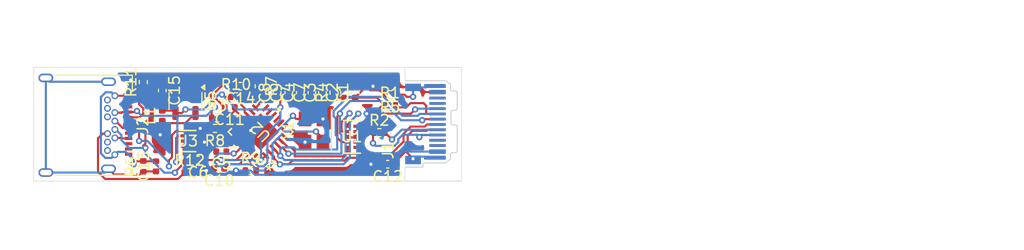
<source format=kicad_pcb>
(kicad_pcb (version 20240108) (generator "pcbnew") (generator_version "8.0")
  (layers (0 "F.Cu" signal) (31 "B.Cu" signal) (34 "B.Paste" user) (35 "F.Paste" user) (36 "B.SilkS" user "B.Silkscreen") (37 "F.SilkS" user "F.Silkscreen") (38 "B.Mask" user) (39 "F.Mask" user) (44 "Edge.Cuts" user))
  (net 0 "")
  (net 1 "+5V")
  (net 2 "GND")
  (net 3 "+3V3")
  (net 4 "Net-(U2-XTALOUT*(CLKIN_EN))")
  (net 6 "Net-(U2-XTALIN{slash}CLKIN)")
  (net 8 "Net-(U2-PLLFILT)")
  (net 9 "Net-(U2-VBUS_DET)")
  (net 10 "Net-(J1-SHIELD)")
  (net 11 "Net-(J2-SHIELD)")
  (net 12 "Net-(C13-Pad2)")
  (net 13 "/HUB_RST")
  (net 15 "Net-(J1-CC1)")
  (net 17 "/USB_DN_N1")
  (net 18 "Net-(J1-CC2)")
  (net 20 "/TPD4P7")
  (net 25 "/USB_DN_P1")
  (net 27 "/TDP4P6")
  (net 28 "/USB_UP_N")
  (net 29 "Net-(J2-CC1)")
  (net 30 "/USB_UP_P")
  (net 31 "Net-(J2-CC2)")
  (net 32 "Net-(U2-SMBDATA{slash}NON_REM1)")
  (net 33 "Net-(U2-SUSP_IND{slash}LOCAL_PWR*NON_REM0)")
  (net 34 "Net-(U2-RBIAS)")
  (net 51 "Net-(U5-EN)")
  (net 52 "Net-(U5-SW)")
  (footprint "Resistor_SMD:R_0402_1005Metric" (layer "F.Cu") (at 141.2 92.8 90)
    (property "Reference" "R6")
    (property "Value" "330R")
  )
  (footprint "Resistor_SMD:R_0402_1005Metric" (layer "F.Cu") (at 152.2 85.2 -90)
    (property "Reference" "R7")
    (property "Value" "10kR")
  )
  (footprint "Capacitor_SMD:C_0402_1005Metric" (layer "F.Cu") (at 148.6 91.4 180)
    (property "Reference" "C5")
    (property "Value" "TBD")
  )
  (footprint "Resistor_SMD:R_0402_1005Metric" (layer "F.Cu") (at 148 89.2 180)
    (property "Reference" "R8")
    (property "Value" "10kR")
  )
  (footprint "Capacitor_SMD:C_0402_1005Metric" (layer "F.Cu") (at 154.999999 85.809464 90)
    (property "Reference" "C9")
    (property "Value" "0.1uF")
  )
  (footprint "Connector_USB:USB_C_Plug_JAE_DX07P024AJ1" (layer "F.Cu") (at 167.9725 88.575 90)
    (property "Reference" "J1")
    (property "Value" "USB_C_Receptacle")
    (fp_line (start -4.3 -1.93) (end -4.3 -0.2275) (stroke (width 0.1)) (layer "Edge.Cuts"))
    (fp_line (start -4.3 -0.2275) (end -3.9 -0.2275) (stroke (width 0.1)) (layer "Edge.Cuts"))
    (fp_line (start 3.9 1.9225) (end 3.9 -1.9175) (stroke (width 0.1)) (layer "Edge.Cuts"))
    (fp_line (start -3.9 1.9225) (end -3.9 -0.2275) (stroke (width 0.1)) (layer "Edge.Cuts"))
    (fp_line (start 3.575 2.3725) (end 3.9 1.9225) (stroke (width 0.1)) (layer "Edge.Cuts"))
    (fp_line (start 3.125 2.3725) (end 3.575 2.3725) (stroke (width 0.1)) (layer "Edge.Cuts"))
    (fp_line (start -3.125 2.3725) (end -3.53 2.3725) (stroke (width 0.1)) (layer "Edge.Cuts"))
    (fp_line (start -3.53 2.3725) (end -3.9 1.9225) (stroke (width 0.1)) (layer "Edge.Cuts"))
    (fp_line (start -0.1 2.4225) (end 0.9 2.4225) (stroke (width 0.1)) (layer "Edge.Cuts"))
    (fp_line (start -0.3 2.6225) (end -0.3 2.8225) (stroke (width 0.1)) (layer "Edge.Cuts"))
    (fp_line (start 2.925 2.8225) (end 2.925 2.5725) (stroke (width 0.1)) (layer "Edge.Cuts"))
    (fp_line (start 1.1 2.8225) (end 1.1 2.6225) (stroke (width 0.1)) (layer "Edge.Cuts"))
    (fp_line (start -2.925 2.8225) (end -2.925 2.5725) (stroke (width 0.1)) (layer "Edge.Cuts"))
    (fp_line (start 1.3 3.0225) (end 2.725 3.0225) (stroke (width 0.1)) (layer "Edge.Cuts"))
    (fp_line (start -0.5 3.0225) (end -2.725 3.0225) (stroke (width 0.1)) (layer "Edge.Cuts"))
    (fp_arc (start -3.125 2.3725) (mid -2.983579 2.431079) (end -2.925 2.5725) (stroke (width 0.1)) (layer "Edge.Cuts"))
    (fp_arc (start 0.9 2.4225) (mid 1.041421 2.481079) (end 1.1 2.6225) (stroke (width 0.1)) (layer "Edge.Cuts"))
    (fp_arc (start 2.925 2.5725) (mid 2.983579 2.431079) (end 3.125 2.3725) (stroke (width 0.1)) (layer "Edge.Cuts"))
    (fp_arc (start -0.3 2.6225) (mid -0.241421 2.481079) (end -0.1 2.4225) (stroke (width 0.1)) (layer "Edge.Cuts"))
    (fp_arc (start 2.925 2.8225) (mid 2.866421 2.963921) (end 2.725 3.0225) (stroke (width 0.1)) (layer "Edge.Cuts"))
    (fp_arc (start -0.3 2.8225) (mid -0.358579 2.963921) (end -0.5 3.0225) (stroke (width 0.1)) (layer "Edge.Cuts"))
    (fp_arc (start 1.3 3.0225) (mid 1.158579 2.963921) (end 1.1 2.8225) (stroke (width 0.1)) (layer "Edge.Cuts"))
    (fp_arc (start -2.725 3.0225) (mid -2.866421 2.963921) (end -2.925 2.8225) (stroke (width 0.1)) (layer "Edge.Cuts"))
  )
  (footprint "Resistor_SMD:R_0402_1005Metric" (layer "F.Cu") (at 164.6 86 180)
    (property "Reference" "R5")
    (property "Value" "330R")
  )
  (footprint "footprints:SQFN24_4X4MC_MCH" (layer "F.Cu") (at 152.327995 89.524046 135)
    (property "Reference" "U2")
    (property "Value" "USB2422/MJ")
  )
  (footprint "Resistor_SMD:R_0402_1005Metric" (layer "F.Cu") (at 163.6 89.6)
    (property "Reference" "R2")
    (property "Value" "R_Small")
  )
  (footprint "Resistor_SMD:R_0402_1005Metric" (layer "F.Cu") (at 150 86.2)
    (property "Reference" "R10")
    (property "Value" "10k")
  )
  (footprint "Resistor_SMD:R_0402_1005Metric" (layer "F.Cu") (at 145.6 93.4)
    (property "Reference" "R12")
    (property "Value" "5k1")
  )
  (footprint "Capacitor_SMD:C_0402_1005Metric" (layer "F.Cu") (at 164.4 92.6 180)
    (property "Reference" "C12")
    (property "Value" "0.1uF")
  )
  (footprint "Resistor_SMD:R_0402_1005Metric" (layer "F.Cu") (at 151.4 93.2)
    (property "Reference" "R9")
    (property "Value" "12k/1%")
  )
  (footprint "Capacitor_SMD:C_0402_1005Metric" (layer "F.Cu") (at 158.2 85.809465 90)
    (property "Reference" "C3")
    (property "Value" "0,1uF")
  )
  (footprint "footprints:DRY6" (layer "F.Cu") (at 145.4 90.4)
    (property "Reference" "U3")
    (property "Value" "TPD2E001DRYR")
  )
  (footprint "Capacitor_SMD:C_0402_1005Metric" (layer "F.Cu") (at 160.299464 85.8 90)
    (property "Reference" "C2")
    (property "Value" "1uF")
  )
  (footprint "Capacitor_SMD:C_0402_1005Metric" (layer "F.Cu") (at 157.2 85.809464 90)
    (property "Reference" "C7")
    (property "Value" "1uF")
  )
  (footprint "Capacitor_SMD:C_0402_1005Metric" (layer "F.Cu") (at 142.4 92.8 90)
    (property "Reference" "C13")
    (property "Value" "0.1uF")
  )
  (footprint "footprints:DQA10" (layer "F.Cu") (at 161 90)
    (property "Reference" "U1")
    (property "Value" "TPD4EUSB30DQAR")
  )
  (footprint "Capacitor_SMD:C_0402_1005Metric" (layer "F.Cu") (at 146.4 92.2 180)
    (property "Reference" "C6")
    (property "Value" "TBD")
  )
  (footprint "Resistor_SMD:R_0402_1005Metric" (layer "F.Cu") (at 148.2 88.2)
    (property "Reference" "R3")
    (property "Value" "R_Small")
  )
  (footprint "Capacitor_SMD:C_0402_1005Metric" (layer "F.Cu") (at 148.4 93 180)
    (property "Reference" "C10")
    (property "Value" "0.1uF")
  )
  (footprint "Capacitor_SMD:C_0402_1005Metric" (layer "F.Cu") (at 143 85.6 -90)
    (property "Reference" "C15")
    (property "Value" "C_Small")
  )
  (footprint "Crystal:Crystal_SMD_3225-4Pin_3.2x2.5mm" (layer "F.Cu") (at 157.4 89.4 90)
    (property "Reference" "Y1")
    (property "Value" "Crystal_GND24_Small")
  )
  (footprint "Resistor_SMD:R_0402_1005Metric" (layer "F.Cu") (at 141.2 84.8 90)
    (property "Reference" "R11")
    (property "Value" "5k1")
  )
  (footprint "Resistor_SMD:R_0402_1005Metric" (layer "F.Cu") (at 159.299463 85.8 90)
    (property "Reference" "R4")
    (property "Value" "100kR")
  )
  (footprint "Capacitor_SMD:C_0402_1005Metric" (layer "F.Cu") (at 150.4 85.2 180)
    (property "Reference" "C14")
    (property "Value" "1uF")
  )
  (footprint "Resistor_SMD:R_0402_1005Metric" (layer "F.Cu") (at 164.6 87)
    (property "Reference" "R1")
    (property "Value" "R_Small")
  )
  (footprint "Package_TO_SOT_SMD:SOT-23-5" (layer "F.Cu") (at 145.2 86.6 -90)
    (property "Reference" "U5")
    (property "Value" "TPS62203DBV")
  )
  (footprint "Capacitor_SMD:C_0402_1005Metric" (layer "F.Cu") (at 153.899464 85.8 90)
    (property "Reference" "C8")
    (property "Value" "0.1uF")
  )
  (footprint "Capacitor_SMD:C_0402_1005Metric" (layer "F.Cu") (at 156.099464 85.8 90)
    (property "Reference" "C4")
    (property "Value" "1uF")
  )
  (footprint "Connector_USB:USB_C_Receptacle_Amphenol_12401548E4-2A" (layer "F.Cu") (at 134.79 88.9 -90)
    (property "Reference" "J2")
    (property "Value" "USB_C_Receptacle_USB2.0_14P")
  )
  (footprint "Capacitor_SMD:C_0402_1005Metric" (layer "F.Cu") (at 161.299462 85.8 90)
    (property "Reference" "C1")
    (property "Value" "0,1uF")
  )
  (footprint "Inductor_SMD:L_0402_1005Metric" (layer "F.Cu") (at 143 88 90)
    (property "Reference" "L1")
    (property "Value" "10uH")
  )
  (footprint "Capacitor_SMD:C_0402_1005Metric" (layer "F.Cu") (at 149.4 87.2 180)
    (property "Reference" "C11")
    (property "Value" "TBD")
  )
  (gr_line (start 166.055 84.675) (end 166 83.4) (stroke (width 0.05)) (layer "Edge.Cuts"))
  (gr_line (start 166 94.2) (end 171.4 94.2) (stroke (width 0.05)) (layer "Edge.Cuts"))
  (gr_line (start 166.0425 92.875) (end 166 94.2) (stroke (width 0.05)) (layer "Edge.Cuts"))
  (gr_line (start 166 83.4) (end 171.4 83.4) (stroke (width 0.05)) (layer "Edge.Cuts"))
  (gr_rect (start 130.8 83.4) (end 171.4 94.2) (stroke (width 0.05)) (fill none) (layer "Edge.Cuts"))
  (segment (start 161.505596 84.59) (end 162 85.084404) (width 0.2) (layer "F.Cu") (net 1))
  (segment (start 167.6 89.825) (end 169.12 89.825) (width 0.2) (layer "F.Cu") (net 1))
  (segment (start 144.52 89.900001) (end 145.044987 89.900001) (width 0.2) (layer "F.Cu") (net 1))
  (segment (start 144.317987 90.102014) (end 144.52 89.900001) (width 0.2) (layer "F.Cu") (net 1))
  (segment (start 163 89.69) (end 163.09 89.6) (width 0.2) (layer "F.Cu") (net 1))
  (segment (start 147.6 85.634314) (end 148.644314 84.59) (width 0.2) (layer "F.Cu") (net 1))
  (segment (start 148 87.2) (end 147.69 87.51) (width 0.2) (layer "F.Cu") (net 1))
  (segment (start 140.6 87.55) (end 140.5 87.65) (width 0.2) (layer "F.Cu") (net 1))
  (segment (start 161.299462 86.28) (end 163.37 86.28) (width 0.2) (layer "F.Cu") (net 1))
  (segment (start 144.317987 92.38456) (end 144.317987 90.102014) (width 0.2) (layer "F.Cu") (net 1))
  (segment (start 147.6 86.445686) (end 147.6 85.634314) (width 0.2) (layer "F.Cu") (net 1))
  (segment (start 163.09 89.6) (end 163.09 87.8) (width 0.2) (layer "F.Cu") (net 1))
  (segment (start 148 86.845686) (end 147.6 86.445686) (width 0.2) (layer "F.Cu") (net 1))
  (segment (start 161.299462 86.28) (end 159.329462 86.28) (width 0.2) (layer "F.Cu") (net 1))
  (segment (start 148 87.2) (end 148 86.845686) (width 0.2) (layer "F.Cu") (net 1))
  (segment (start 159.329462 86.28) (end 159.299463 86.309999) (width 0.2) (layer "F.Cu") (net 1))
  (segment (start 139.125 90.065) (end 139.21 90.15) (width 0.2) (layer "F.Cu") (net 1))
  (segment (start 148.644314 84.59) (end 161.505596 84.59) (width 0.2) (layer "F.Cu") (net 1))
  (segment (start 139.21 87.65) (end 139.125 87.735) (width 0.2) (layer "F.Cu") (net 1))
  (segment (start 138.5 90.1) (end 139.09 90.1) (width 0.2) (layer "F.Cu") (net 1))
  (segment (start 162 85.579462) (end 161.299462 86.28) (width 0.2) (layer "F.Cu") (net 1))
  (segment (start 138.5 87.7) (end 139.09 87.7) (width 0.2) (layer "F.Cu") (net 1))
  (segment (start 139.81 87.65) (end 139.21 87.65) (width 0.2) (layer "F.Cu") (net 1))
  (segment (start 163.37 86.28) (end 164.09 87) (width 0.2) (layer "F.Cu") (net 1))
  (segment (start 140.5 87.65) (end 139.81 87.65) (width 0.2) (layer "F.Cu") (net 1))
  (segment (start 163.09 87.8) (end 163.89 87) (width 0.2) (layer "F.Cu") (net 1))
  (segment (start 166.994417 87.399999) (end 166.594416 87.8) (width 0.2) (layer "F.Cu") (net 1))
  (segment (start 139.09 87.7) (end 139.125 87.735) (width 0.2) (layer "F.Cu") (net 1))
  (segment (start 163.89 87) (end 164.09 87) (width 0.2) (layer "F.Cu") (net 1))
  (segment (start 166.594416 87.8) (end 163.09 87.8) (width 0.2) (layer "F.Cu") (net 1))
  (segment (start 162 85.084404) (end 162 85.579462) (width 0.2) (layer "F.Cu") (net 1))
  (segment (start 139.21 90.15) (end 139.81 90.15) (width 0.2) (layer "F.Cu") (net 1))
  (segment (start 167.4 90.025) (end 167.6 89.825) (width 0.2) (layer "F.Cu") (net 1))
  (segment (start 139.09 90.1) (end 139.125 90.065) (width 0.2) (layer "F.Cu") (net 1))
  (segment (start 163 90.6) (end 163 89.69) (width 0.2) (layer "F.Cu") (net 1))
  (segment (start 147.69 87.51) (end 147.69 88.2) (width 0.2) (layer "F.Cu") (net 1))
  (via (at 140.6 87.55) (size 0.6) (drill 0.3) (layers "F.Cu" "B.Cu") (net 1))
  (via (at 166.994417 87.399999) (size 0.6) (drill 0.3) (layers "F.Cu" "B.Cu") (net 1))
  (via (at 167.4 90.025) (size 0.6) (drill 0.3) (layers "F.Cu" "B.Cu") (net 1))
  (via (at 148 87.2) (size 0.6) (drill 0.3) (layers "F.Cu" "B.Cu") (net 1))
  (via (at 163 90.6) (size 0.6) (drill 0.3) (layers "F.Cu" "B.Cu") (net 1))
  (via (at 144.317987 92.38456) (size 0.6) (drill 0.3) (layers "F.Cu" "B.Cu") (net 1))
  (segment (start 144.430001 88.119999) (end 144.55 88) (width 0.2) (layer "B.Cu") (net 1))
  (segment (start 147.2 88) (end 148 87.2) (width 0.2) (layer "B.Cu") (net 1))
  (segment (start 167.069416 87.325) (end 166.994417 87.399999) (width 0.2) (layer "B.Cu") (net 1))
  (segment (start 144.430001 92.272546) (end 144.430001 88.119999) (width 0.2) (layer "B.Cu") (net 1))
  (segment (start 141.05 88) (end 140.6 87.55) (width 0.2) (layer "B.Cu") (net 1))
  (segment (start 167.6 89.825) (end 167.4 90.025) (width 0.2) (layer "B.Cu") (net 1))
  (segment (start 167.4 90.025) (end 167.175 89.8) (width 0.2) (layer "B.Cu") (net 1))
  (segment (start 144.310002 88) (end 141.05 88) (width 0.2) (layer "B.Cu") (net 1))
  (segment (start 165.4 90.503868) (end 165.048529 90.855339) (width 0.2) (layer "B.Cu") (net 1))
  (segment (start 167.175 89.8) (end 165.821025 89.8) (width 0.2) (layer "B.Cu") (net 1))
  (segment (start 144.430001 88.119999) (end 144.310002 88) (width 0.2) (layer "B.Cu") (net 1))
  (segment (start 144.55 88) (end 147.2 88) (width 0.2) (layer "B.Cu") (net 1))
  (segment (start 165.048529 90.855339) (end 163.255339 90.855339) (width 0.2) (layer "B.Cu") (net 1))
  (segment (start 165.4 90.221025) (end 165.4 90.503868) (width 0.2) (layer "B.Cu") (net 1))
  (segment (start 144.317987 92.38456) (end 144.430001 92.272546) (width 0.2) (layer "B.Cu") (net 1))
  (segment (start 165.821025 89.8) (end 165.4 90.221025) (width 0.2) (layer "B.Cu") (net 1))
  (segment (start 169.12 87.325) (end 167.069416 87.325) (width 0.2) (layer "B.Cu") (net 1))
  (segment (start 163.255339 90.855339) (end 163 90.6) (width 0.2) (layer "B.Cu") (net 1))
  (segment (start 169.12 89.825) (end 167.6 89.825) (width 0.2) (layer "B.Cu") (net 1))
  (segment (start 162.8 92.6) (end 163.92 92.6) (width 0.2) (layer "F.Cu") (net 2))
  (segment (start 146.6 89.2) (end 147.49 89.2) (width 0.2) (layer "F.Cu") (net 2))
  (segment (start 153.66482 85.32) (end 153.899464 85.32) (width 0.2) (layer "F.Cu") (net 2))
  (segment (start 164.09 86) (end 163.29 85.2) (width 0.2) (layer "F.Cu") (net 2))
  (segment (start 167.945 85.75) (end 167.47 85.275) (width 0.2) (layer "F.Cu") (net 2))
  (segment (start 151.524046 89.524046) (end 151.4 89.4) (width 0.2) (layer "F.Cu") (net 2))
  (segment (start 167.47 85.275) (end 163.075 85.275) (width 0.2) (layer "F.Cu") (net 2))
  (segment (start 147.92 93) (end 147.4 93) (width 0.2) (layer "F.Cu") (net 2))
  (segment (start 160.550001 90.049999) (end 161.2 90.049999) (width 0.2) (layer "F.Cu") (net 2))
  (segment (start 148.6 85.2) (end 148 85.8) (width 0.2) (layer "F.Cu") (net 2))
  (segment (start 160.590001 90) (end 160.550001 90.04) (width 0.2) (layer "F.Cu") (net 2))
  (segment (start 169.12 85.75) (end 167.945 85.75) (width 0.2) (layer "F.Cu") (net 2))
  (segment (start 149.2 85.2) (end 148.6 85.2) (width 0.2) (layer "F.Cu") (net 2))
  (segment (start 160.299464 85.32) (end 161.299462 85.32) (width 0.2) (layer "F.Cu") (net 2))
  (segment (start 152.327995 89.524046) (end 151.524046 89.524046) (width 0.2) (layer "F.Cu") (net 2))
  (segment (start 147.4 93) (end 147.2 93.2) (width 0.2) (layer "F.Cu") (net 2))
  (segment (start 161.409999 90) (end 161.409999 90.009999) (width 0.2) (layer "F.Cu") (net 2))
  (segment (start 161.925001 90.009999) (end 162.4 89.535) (width 0.2) (layer "F.Cu") (net 2))
  (segment (start 153.899464 85.32) (end 160.299464 85.32) (width 0.2) (layer "F.Cu") (net 2))
  (segment (start 148 86.28) (end 148.92 87.2) (width 0.2) (layer "F.Cu") (net 2))
  (segment (start 161.409999 90.009999) (end 161.925001 90.009999) (width 0.2) (layer "F.Cu") (net 2))
  (segment (start 150.890001 93.2) (end 150 93.2) (width 0.2) (layer "F.Cu") (net 2))
  (segment (start 163.29 85.2) (end 163 85.2) (width 0.2) (layer "F.Cu") (net 2))
  (segment (start 162.4 89.535) (end 162.4 87.8) (width 0.2) (layer "F.Cu") (net 2))
  (segment (start 148 85.8) (end 148 86.28) (width 0.2) (layer "F.Cu") (net 2))
  (segment (start 145.769999 90.899999) (end 146.600002 90.899999) (width 0.2) (layer "F.Cu") (net 2))
  (segment (start 149.2 85.2) (end 149.92 85.2) (width 0.2) (layer "F.Cu") (net 2))
  (segment (start 153.191156 85.793664) (end 153.66482 85.32) (width 0.2) (layer "F.Cu") (net 2))
  (segment (start 146.600002 90.899999) (end 147 90.500001) (width 0.2) (layer "F.Cu") (net 2))
  (segment (start 163.075 85.275) (end 163 85.2) (width 0.2) (layer "F.Cu") (net 2))
  (segment (start 160.550001 90.04) (end 160.550001 90.049999) (width 0.2) (layer "F.Cu") (net 2))
  (via (at 156.55 90.5) (size 0.6) (drill 0.3) (layers "F.Cu" "B.Cu") (net 2))
  (via (at 140 84.6) (size 0.6) (drill 0.3) (layers "F.Cu" "B.Cu") (net 2))
  (via (at 150 93.2) (size 0.6) (drill 0.3) (layers "F.Cu" "B.Cu") (net 2))
  (via (at 142.8 89.8) (size 0.6) (drill 0.3) (layers "F.Cu" "B.Cu") (net 2))
  (via (at 162.4 87.8) (size 0.6) (drill 0.3) (layers "F.Cu" "B.Cu") (net 2))
  (via (at 163 85.2) (size 0.6) (drill 0.3) (layers "F.Cu" "B.Cu") (net 2))
  (via (at 151.4 89.4) (size 0.6) (drill 0.3) (layers "F.Cu" "B.Cu") (net 2))
  (via (at 149.2 85.2) (size 0.6) (drill 0.3) (layers "F.Cu" "B.Cu") (net 2))
  (via (at 153.191156 85.793664) (size 0.6) (drill 0.3) (layers "F.Cu" "B.Cu") (net 2))
  (via (at 147.2 93.2) (size 0.6) (drill 0.3) (layers "F.Cu" "B.Cu") (net 2))
  (via (at 158.25 88.3) (size 0.6) (drill 0.3) (layers "F.Cu" "B.Cu") (net 2))
  (via (at 162.8 92.6) (size 0.6) (drill 0.3) (layers "F.Cu" "B.Cu") (net 2))
  (via (at 147 90.500001) (size 0.6) (drill 0.3) (layers "F.Cu" "B.Cu") (net 2))
  (via (at 146.6 89.2) (size 0.6) (drill 0.3) (layers "F.Cu" "B.Cu") (net 2))
  (segment (start 152.955636 93.6) (end 153.155636 93.4) (width 0.2) (layer "B.Cu") (net 2))
  (segment (start 153.155636 93.4) (end 156.6 93.4) (width 0.2) (layer "B.Cu") (net 2))
  (segment (start 150 93.2) (end 151.395834 93.2) (width 0.2) (layer "B.Cu") (net 2))
  (segment (start 151.395834 93.2) (end 151.795834 93.6) (width 0.2) (layer "B.Cu") (net 2))
  (segment (start 146.6 89.2) (end 147 89.6) (width 0.2) (layer "B.Cu") (net 2))
  (segment (start 165.85 91.4) (end 164.65 92.6) (width 0.2) (layer "B.Cu") (net 2))
  (segment (start 151.795834 93.6) (end 152.955636 93.6) (width 0.2) (layer "B.Cu") (net 2))
  (segment (start 164.65 92.6) (end 162.8 92.6) (width 0.2) (layer "B.Cu") (net 2))
  (segment (start 147 89.6) (end 147 90.500001) (width 0.2) (layer "B.Cu") (net 2))
  (segment (start 169.12 91.4) (end 165.85 91.4) (width 0.2) (layer "B.Cu") (net 2))
  (segment (start 154.2 87.2) (end 154.2 88.011251) (width 0.2) (layer "F.Cu") (net 3))
  (segment (start 154.2 88.011251) (end 153.881579 88.329672) (width 0.2) (layer "F.Cu") (net 3))
  (segment (start 153.899464 86.28) (end 158.190535 86.28) (width 0.2) (layer "F.Cu") (net 3))
  (segment (start 148.660331 85.988199) (end 148.872132 86.2) (width 0.2) (layer "F.Cu") (net 3))
  (segment (start 152.4 92.2) (end 152.803949 91.796051) (width 0.2) (layer "F.Cu") (net 3))
  (segment (start 144.027501 87.515) (end 144.250001 87.7375) (width 0.2) (layer "F.Cu") (net 3))
  (segment (start 143 87.515) (end 144.027501 87.515) (width 0.2) (layer "F.Cu") (net 3))
  (segment (start 148.872132 86.2) (end 149.49 86.2) (width 0.2) (layer "F.Cu") (net 3))
  (segment (start 154.2 87.2) (end 154.2 86.580536) (width 0.2) (layer "F.Cu") (net 3))
  (segment (start 152.375735 92.2) (end 152.4 92.2) (width 0.2) (layer "F.Cu") (net 3))
  (segment (start 144.8625 87.7375) (end 144.250001 87.7375) (width 0.2) (layer "F.Cu") (net 3))
  (segment (start 158.190535 86.28) (end 158.2 86.289465) (width 0.2) (layer "F.Cu") (net 3))
  (segment (start 154.2 86.580536) (end 153.899464 86.28) (width 0.2) (layer "F.Cu") (net 3))
  (segment (start 145.2 87.4) (end 144.8625 87.7375) (width 0.2) (layer "F.Cu") (net 3))
  (via (at 152.375735 92.2) (size 0.6) (drill 0.3) (layers "F.Cu" "B.Cu") (net 3))
  (via (at 145.2 87.4) (size 0.6) (drill 0.3) (layers "F.Cu" "B.Cu") (net 3))
  (via (at 148.660331 85.988199) (size 0.6) (drill 0.3) (layers "F.Cu" "B.Cu") (net 3))
  (via (at 154.2 87.2) (size 0.6) (drill 0.3) (layers "F.Cu" "B.Cu") (net 3))
  (segment (start 145.2 87.4) (end 146.951471 87.4) (width 0.2) (layer "B.Cu") (net 3))
  (segment (start 148.363272 85.988199) (end 148.660331 85.988199) (width 0.2) (layer "B.Cu") (net 3))
  (segment (start 152.375735 90.224265) (end 154.2 88.4) (width 0.2) (layer "B.Cu") (net 3))
  (segment (start 152.375735 92.2) (end 152.375735 90.224265) (width 0.2) (layer "B.Cu") (net 3))
  (segment (start 150.072132 87.4) (end 154 87.4) (width 0.2) (layer "B.Cu") (net 3))
  (segment (start 154 87.4) (end 154.2 87.2) (width 0.2) (layer "B.Cu") (net 3))
  (segment (start 154.2 88.4) (end 154.2 87.2) (width 0.2) (layer "B.Cu") (net 3))
  (segment (start 146.951471 87.4) (end 148.363272 85.988199) (width 0.2) (layer "B.Cu") (net 3))
  (segment (start 148.660331 85.988199) (end 150.072132 87.4) (width 0.2) (layer "B.Cu") (net 3))
  (segment (start 158.25 90.158159) (end 157.587982 89.496141) (width 0.2) (layer "F.Cu") (net 4))
  (segment (start 149.08 91.4) (end 149.28 91.6) (width 0.2) (layer "F.Cu") (net 4))
  (segment (start 158.25 90.5) (end 158.25 90.158159) (width 0.2) (layer "F.Cu") (net 4))
  (segment (start 149.892831 91.6) (end 150.774411 90.71842) (width 0.2) (layer "F.Cu") (net 4))
  (segment (start 149.28 91.6) (end 149.892831 91.6) (width 0.2) (layer "F.Cu") (net 4))
  (via (at 149.781361 91.581361) (size 0.6) (drill 0.3) (layers "F.Cu" "B.Cu") (net 4))
  (via (at 157.587982 89.496141) (size 0.6) (drill 0.3) (layers "F.Cu" "B.Cu") (net 4))
  (segment (start 149.048529 92.6) (end 148.848529 92.8) (width 0.2) (layer "B.Cu") (net 4))
  (segment (start 148 92.448529) (end 148 91.951471) (width 0.2) (layer "B.Cu") (net 4))
  (segment (start 148.848529 92.8) (end 148.351471 92.8) (width 0.2) (layer "B.Cu") (net 4))
  (segment (start 148.37011 91.581361) (end 149.781361 91.581361) (width 0.2) (layer "B.Cu") (net 4))
  (segment (start 157.587982 89.496141) (end 154.6 89.496141) (width 0.2) (layer "B.Cu") (net 4))
  (segment (start 154.6 89.496141) (end 153.467177 90.628964) (width 0.2) (layer "B.Cu") (net 4))
  (segment (start 151.36152 92.6) (end 149.048529 92.6) (width 0.2) (layer "B.Cu") (net 4))
  (segment (start 154.6 89.496141) (end 154.469545 89.496141) (width 0.2) (layer "B.Cu") (net 4))
  (segment (start 151.96152 93.2) (end 151.36152 92.6) (width 0.2) (layer "B.Cu") (net 4))
  (segment (start 153.467177 92.522773) (end 152.78995 93.2) (width 0.2) (layer "B.Cu") (net 4))
  (segment (start 148.351471 92.8) (end 148 92.448529) (width 0.2) (layer "B.Cu") (net 4))
  (segment (start 153.467177 90.628964) (end 153.467177 92.522773) (width 0.2) (layer "B.Cu") (net 4))
  (segment (start 148 91.951471) (end 148.37011 91.581361) (width 0.2) (layer "B.Cu") (net 4))
  (segment (start 152.78995 93.2) (end 151.96152 93.2) (width 0.2) (layer "B.Cu") (net 4))
  (segment (start 146.88 92.2) (end 149.8 92.2) (width 0.2) (layer "F.Cu") (net 6))
  (segment (start 155.4 88) (end 155.7 88.3) (width 0.2) (layer "F.Cu") (net 6))
  (segment (start 150.011251 92.2) (end 151.133621 91.07763) (width 0.2) (layer "F.Cu") (net 6))
  (segment (start 155.7 88.3) (end 156.55 88.3) (width 0.2) (layer "F.Cu") (net 6))
  (segment (start 149.8 92.2) (end 150.011251 92.2) (width 0.2) (layer "F.Cu") (net 6))
  (via (at 155.4 88) (size 0.6) (drill 0.3) (layers "F.Cu" "B.Cu") (net 6))
  (via (at 148.6 92.2) (size 0.6) (drill 0.3) (layers "F.Cu" "B.Cu") (net 6))
  (segment (start 152.127206 92.8) (end 151.775735 92.448529) (width 0.2) (layer "B.Cu") (net 6))
  (segment (start 152.975735 92.448529) (end 152.624264 92.8) (width 0.2) (layer "B.Cu") (net 6))
  (segment (start 155.4 88) (end 152.975735 90.424265) (width 0.2) (layer "B.Cu") (net 6))
  (segment (start 152.975735 90.424265) (end 152.975735 92.448529) (width 0.2) (layer "B.Cu") (net 6))
  (segment (start 151.775735 92.2) (end 148.6 92.2) (width 0.2) (layer "B.Cu") (net 6))
  (segment (start 152.624264 92.8) (end 152.127206 92.8) (width 0.2) (layer "B.Cu") (net 6))
  (segment (start 151.775735 92.448529) (end 151.775735 92.2) (width 0.2) (layer "B.Cu") (net 6))
  (segment (start 150.329672 92.6) (end 151.492831 91.436841) (width 0.2) (layer "F.Cu") (net 8))
  (segment (start 149.28 92.6) (end 150.329672 92.6) (width 0.2) (layer "F.Cu") (net 8))
  (segment (start 148.88 93) (end 149.28 92.6) (width 0.2) (layer "F.Cu") (net 8))
  (segment (start 149.2 88.2) (end 149.88 87.52) (width 0.2) (layer "F.Cu") (net 9))
  (segment (start 148.71 88.2) (end 149.2 88.2) (width 0.2) (layer "F.Cu") (net 9))
  (segment (start 149.88 87.435261) (end 150.774411 88.329672) (width 0.2) (layer "F.Cu") (net 9))
  (segment (start 149.88 87.52) (end 149.88 87.2) (width 0.2) (layer "F.Cu") (net 9))
  (segment (start 149.88 87.2) (end 149.88 87.435261) (width 0.2) (layer "F.Cu") (net 9))
  (segment (start 166.2 86.2) (end 166 86) (width 0.2) (layer "F.Cu") (net 10))
  (segment (start 166.8 86.2) (end 166.2 86.2) (width 0.2) (layer "F.Cu") (net 10))
  (segment (start 166.08 91.4) (end 164.88 92.6) (width 0.2) (layer "F.Cu") (net 10))
  (segment (start 166.125 91.4) (end 166.08 91.4) (width 0.2) (layer "F.Cu") (net 10))
  (segment (start 166 86) (end 165.11 86) (width 0.2) (layer "F.Cu") (net 10))
  (segment (start 166.8 92.075) (end 166.125 91.4) (width 0.2) (layer "F.Cu") (net 10))
  (via (at 166.8 92.075) (size 0.6) (drill 0.3) (layers "F.Cu" "B.Cu") (net 10))
  (via (at 166.8 86.2) (size 0.6) (drill 0.3) (layers "F.Cu" "B.Cu") (net 10))
  (segment (start 166.8 92.075) (end 167 91.875) (width 0.2) (layer "B.Cu") (net 10))
  (segment (start 166.8 85.305) (end 168.015 85.305) (width 0.2) (layer "B.Cu") (net 10))
  (segment (start 166.8 92.075) (end 166.8 92.2) (width 0.2) (layer "B.Cu") (net 10))
  (segment (start 168.015 85.305) (end 168.045 85.275) (width 0.2) (layer "B.Cu") (net 10))
  (segment (start 166.8 86.2) (end 166.8 85.305) (width 0.2) (layer "B.Cu") (net 10))
  (segment (start 167 91.875) (end 167.993528 91.875) (width 0.2) (layer "B.Cu") (net 10))
  (segment (start 142.4 93.28) (end 141.229999 93.28) (width 0.2) (layer "F.Cu") (net 11))
  (segment (start 141.229999 93.28) (end 141.2 93.309999) (width 0.2) (layer "F.Cu") (net 11))
  (segment (start 141.090001 93.309999) (end 140.825 93.575) (width 0.2) (layer "F.Cu") (net 11))
  (segment (start 141.2 93.309999) (end 141.090001 93.309999) (width 0.2) (layer "F.Cu") (net 11))
  (segment (start 140.825 93.575) (end 138.445 93.575) (width 0.2) (layer "F.Cu") (net 11))
  (segment (start 138.445 93.575) (end 137.9 93.03) (width 0.2) (layer "F.Cu") (net 11))
  (segment (start 132.31 84.77) (end 131.95 84.41) (width 0.2) (layer "B.Cu") (net 11))
  (segment (start 137.54 93.39) (end 137.9 93.03) (width 0.2) (layer "B.Cu") (net 11))
  (segment (start 131.95 84.41) (end 131.95 93.39) (width 0.2) (layer "B.Cu") (net 11))
  (segment (start 131.95 93.39) (end 137.54 93.39) (width 0.2) (layer "B.Cu") (net 11))
  (segment (start 137.9 84.77) (end 132.31 84.77) (width 0.2) (layer "B.Cu") (net 11))
  (segment (start 138.5 86.1) (end 139.76 86.1) (width 0.2) (layer "F.Cu") (net 12))
  (segment (start 140.275 92.6) (end 140.555 92.32) (width 0.2) (layer "F.Cu") (net 12))
  (segment (start 139.76 86.1) (end 139.81 86.15) (width 0.2) (layer "F.Cu") (net 12))
  (segment (start 140.555 92.32) (end 142.4 92.32) (width 0.2) (layer "F.Cu") (net 12))
  (segment (start 140.275 92.115) (end 140.275 92.6) (width 0.2) (layer "F.Cu") (net 12))
  (segment (start 139.81 91.65) (end 140.275 92.115) (width 0.2) (layer "F.Cu") (net 12))
  (via (at 140.275 92.6) (size 0.6) (drill 0.3) (layers "F.Cu" "B.Cu") (net 12))
  (segment (start 138.766852 91.425) (end 138.191852 92) (width 0.2) (layer "B.Cu") (net 12))
  (segment (start 138.175 85.775) (end 138.5 86.1) (width 0.2) (layer "B.Cu") (net 12))
  (segment (start 137.175 91.575) (end 137.175 86.225) (width 0.2) (layer "B.Cu") (net 12))
  (segment (start 139.533148 91.425) (end 138.766852 91.425) (width 0.2) (layer "B.Cu") (net 12))
  (segment (start 140.275 92.166852) (end 139.533148 91.425) (width 0.2) (layer "B.Cu") (net 12))
  (segment (start 140.275 92.6) (end 140.275 92.166852) (width 0.2) (layer "B.Cu") (net 12))
  (segment (start 137.6 92) (end 137.175 91.575) (width 0.2) (layer "B.Cu") (net 12))
  (segment (start 137.175 86.225) (end 137.625 85.775) (width 0.2) (layer "B.Cu") (net 12))
  (segment (start 138.191852 92) (end 137.6 92) (width 0.2) (layer "B.Cu") (net 12))
  (segment (start 137.625 85.775) (end 138.175 85.775) (width 0.2) (layer "B.Cu") (net 12))
  (segment (start 150.51 86.2) (end 150.88 85.83) (width 0.2) (layer "F.Cu") (net 13))
  (segment (start 150.81566 87.652501) (end 151.133621 87.970462) (width 0.2) (layer "F.Cu") (net 13))
  (segment (start 150.51 86.2) (end 150.51 86.98376) (width 0.2) (layer "F.Cu") (net 13))
  (segment (start 150.81566 87.28942) (end 150.81566 87.652501) (width 0.2) (layer "F.Cu") (net 13))
  (segment (start 150.51 86.98376) (end 150.81566 87.28942) (width 0.2) (layer "F.Cu") (net 13))
  (segment (start 150.88 85.83) (end 150.88 85.2) (width 0.2) (layer "F.Cu") (net 13))
  (segment (start 166.551471 86.8) (end 166.151471 87.2) (width 0.2) (layer "F.Cu") (net 15))
  (segment (start 166.151471 87.2) (end 165.31 87.2) (width 0.2) (layer "F.Cu") (net 15))
  (segment (start 167.8 86.8) (end 166.551471 86.8) (width 0.2) (layer "F.Cu") (net 15))
  (segment (start 168.045 87.045) (end 167.8 86.8) (width 0.2) (layer "F.Cu") (net 15))
  (segment (start 168.045 87.755) (end 168.045 87.045) (width 0.2) (layer "F.Cu") (net 15))
  (segment (start 169.12 87.825) (end 168.115 87.825) (width 0.2) (layer "F.Cu") (net 15))
  (segment (start 165.31 87.2) (end 165.11 87) (width 0.2) (layer "F.Cu") (net 15))
  (segment (start 168.115 87.825) (end 168.045 87.755) (width 0.2) (layer "F.Cu") (net 15))
  (segment (start 160.015 88.585) (end 160.015 89.449999) (width 0.2) (layer "F.Cu") (net 17))
  (segment (start 153.92191 91.477171) (end 153.522369 91.07763) (width 0.2) (layer "F.Cu") (net 17))
  (segment (start 154.2 91.8) (end 153.92191 91.52191) (width 0.2) (layer "F.Cu") (net 17))
  (segment (start 153.92191 91.52191) (end 153.92191 91.477171) (width 0.2) (layer "F.Cu") (net 17))
  (segment (start 160.015 89.449999) (end 160.065002 89.500001) (width 0.2) (layer "F.Cu") (net 17))
  (segment (start 160.065002 89.500001) (end 160.590001 89.500001) (width 0.2) (layer "F.Cu") (net 17))
  (segment (start 160.775731 87.775737) (end 160.775731 87.824269) (width 0.2) (layer "F.Cu") (net 17))
  (segment (start 160.775731 87.824269) (end 160.015 88.585) (width 0.2) (layer "F.Cu") (net 17))
  (via (at 154.2 91.8) (size 0.6) (drill 0.3) (layers "F.Cu" "B.Cu") (net 17))
  (via (at 160.775731 87.775737) (size 0.6) (drill 0.3) (layers "F.Cu" "B.Cu") (net 17))
  (segment (start 160.4 88.151468) (end 160.4 91.8) (width 0.2) (layer "B.Cu") (net 17))
  (segment (start 154.6 92.2) (end 154.2 91.8) (width 0.2) (layer "B.Cu") (net 17))
  (segment (start 154.4 91) (end 155.497057 91) (width 0.2) (layer "B.Cu") (net 17))
  (segment (start 154.2 91.8) (end 154.2 91.2) (width 0.2) (layer "B.Cu") (net 17))
  (segment (start 160 92.2) (end 154.6 92.2) (width 0.2) (layer "B.Cu") (net 17))
  (segment (start 167.417943 87.825) (end 169.12 87.825) (width 0.2) (layer "B.Cu") (net 17))
  (segment (start 155.497057 91) (end 155.697057 91.2) (width 0.2) (layer "B.Cu") (net 17))
  (segment (start 160.775731 87.775737) (end 160.4 88.151468) (width 0.2) (layer "B.Cu") (net 17))
  (segment (start 155.697057 91.2) (end 159.6 91.2) (width 0.2) (layer "B.Cu") (net 17))
  (segment (start 159.461746 89.828845) (end 159.461746 88.248529) (width 0.2) (layer "B.Cu") (net 17))
  (segment (start 159.461746 88.248529) (end 159.261746 88.048529) (width 0.2) (layer "B.Cu") (net 17))
  (segment (start 159.261746 87.551471) (end 160.613217 86.2) (width 0.2) (layer "B.Cu") (net 17))
  (segment (start 159.6 91.2) (end 159.6 89.967099) (width 0.2) (layer "B.Cu") (net 17))
  (segment (start 165.8 88) (end 167.242943 88) (width 0.2) (layer "B.Cu") (net 17))
  (segment (start 167.242943 88) (end 167.417943 87.825) (width 0.2) (layer "B.Cu") (net 17))
  (segment (start 159.261746 88.048529) (end 159.261746 87.551471) (width 0.2) (layer "B.Cu") (net 17))
  (segment (start 164 86.2) (end 165.8 88) (width 0.2) (layer "B.Cu") (net 17))
  (segment (start 159.6 89.967099) (end 159.461746 89.828845) (width 0.2) (layer "B.Cu") (net 17))
  (segment (start 160.4 91.8) (end 160 92.2) (width 0.2) (layer "B.Cu") (net 17))
  (segment (start 160.613217 86.2) (end 164 86.2) (width 0.2) (layer "B.Cu") (net 17))
  (segment (start 154.2 91.2) (end 154.4 91) (width 0.2) (layer "B.Cu") (net 17))
  (segment (start 164.144661 89.6) (end 164.11 89.6) (width 0.2) (layer "F.Cu") (net 18))
  (segment (start 164.8 90.255339) (end 164.144661 89.6) (width 0.2) (layer "F.Cu") (net 18))
  (via (at 164.8 90.255339) (size 0.6) (drill 0.3) (layers "F.Cu" "B.Cu") (net 18))
  (segment (start 165.730339 89.325) (end 169.12 89.325) (width 0.2) (layer "B.Cu") (net 18))
  (segment (start 164.8 90.255339) (end 165.730339 89.325) (width 0.2) (layer "B.Cu") (net 18))
  (segment (start 167.666472 88.425) (end 167.775 88.425) (width 0.2) (layer "F.Cu") (net 20))
  (segment (start 167.875 88.325) (end 169.12 88.325) (width 0.2) (layer "F.Cu") (net 20))
  (segment (start 159.615 88.046746) (end 159.615 90.099999) (width 0.2) (layer "F.Cu") (net 20))
  (segment (start 154.974599 91.599999) (end 154.410981 91.036381) (width 0.2) (layer "F.Cu") (net 20))
  (segment (start 154.19954 91.036381) (end 153.881579 90.71842) (width 0.2) (layer "F.Cu") (net 20))
  (segment (start 160.015 90.499999) (end 160.590001 90.499999) (width 0.2) (layer "F.Cu") (net 20))
  (segment (start 167.775 88.425) (end 167.875 88.325) (width 0.2) (layer "F.Cu") (net 20))
  (segment (start 159.615 90.099999) (end 160.015 90.499999) (width 0.2) (layer "F.Cu") (net 20))
  (segment (start 154.410981 91.036381) (end 154.19954 91.036381) (width 0.2) (layer "F.Cu") (net 20))
  (segment (start 159.861746 87.8) (end 159.615 88.046746) (width 0.2) (layer "F.Cu") (net 20))
  (via (at 167.666472 88.425) (size 0.6) (drill 0.3) (layers "F.Cu" "B.Cu") (net 20))
  (via (at 159.861746 87.8) (size 0.6) (drill 0.3) (layers "F.Cu" "B.Cu") (net 20))
  (via (at 154.974599 91.599999) (size 0.6) (drill 0.3) (layers "F.Cu" "B.Cu") (net 20))
  (segment (start 160 91.6) (end 160 89.801413) (width 0.2) (layer "B.Cu") (net 20))
  (segment (start 160.840649 86.6) (end 163.834314 86.6) (width 0.2) (layer "B.Cu") (net 20))
  (segment (start 159.861746 89.663159) (end 159.861746 87.8) (width 0.2) (layer "B.Cu") (net 20))
  (segment (start 165.659314 88.425) (end 167.666472 88.425) (width 0.2) (layer "B.Cu") (net 20))
  (segment (start 154.9746 91.6) (end 160 91.6) (width 0.2) (layer "B.Cu") (net 20))
  (segment (start 160 89.801413) (end 159.861746 89.663159) (width 0.2) (layer "B.Cu") (net 20))
  (segment (start 159.861746 87.578903) (end 160.840649 86.6) (width 0.2) (layer "B.Cu") (net 20))
  (segment (start 159.861746 87.8) (end 159.861746 87.578903) (width 0.2) (layer "B.Cu") (net 20))
  (segment (start 163.834314 86.6) (end 165.659314 88.425) (width 0.2) (layer "B.Cu") (net 20))
  (segment (start 154.974599 91.599999) (end 154.9746 91.6) (width 0.2) (layer "B.Cu") (net 20))
  (segment (start 154.165796 92.614325) (end 153.603489 92.052018) (width 0.2) (layer "F.Cu") (net 25))
  (segment (start 168.080686 89.425) (end 168.180686 89.325) (width 0.2) (layer "F.Cu") (net 25))
  (segment (start 166.740686 89.425) (end 168.080686 89.425) (width 0.2) (layer "F.Cu") (net 25))
  (segment (start 155.351472 92.248528) (end 160.317158 92.248528) (width 0.2) (layer "F.Cu") (net 25))
  (segment (start 154.165796 92.614325) (end 154.180121 92.6) (width 0.2) (layer "F.Cu") (net 25))
  (segment (start 155 92.6) (end 155.351472 92.248528) (width 0.2) (layer "F.Cu") (net 25))
  (segment (start 160.317158 92.248528) (end 160.575686 91.99) (width 0.2) (layer "F.Cu") (net 25))
  (segment (start 164.924314 91.99) (end 166.293289 90.621025) (width 0.2) (layer "F.Cu") (net 25))
  (segment (start 161.599997 87.8) (end 160.59 88.809997) (width 0.2) (layer "F.Cu") (net 25))
  (segment (start 168.180686 89.325) (end 169.12 89.325) (width 0.2) (layer "F.Cu") (net 25))
  (segment (start 160.575686 91.99) (end 164.924314 91.99) (width 0.2) (layer "F.Cu") (net 25))
  (segment (start 160.59 88.809997) (end 160.59 88.999999) (width 0.2) (layer "F.Cu") (net 25))
  (segment (start 166.293289 90.621025) (end 166.293289 89.872397) (width 0.2) (layer "F.Cu") (net 25))
  (segment (start 166.293289 89.872397) (end 166.740686 89.425) (width 0.2) (layer "F.Cu") (net 25))
  (segment (start 154.180121 92.6) (end 155 92.6) (width 0.2) (layer "F.Cu") (net 25))
  (segment (start 153.603489 92.052018) (end 153.603489 91.877171) (width 0.2) (layer "F.Cu") (net 25))
  (segment (start 153.603489 91.877171) (end 153.163159 91.436841) (width 0.2) (layer "F.Cu") (net 25))
  (via (at 161.599997 87.8) (size 0.6) (drill 0.3) (layers "F.Cu" "B.Cu") (net 25))
  (via (at 154.165796 92.614325) (size 0.6) (drill 0.3) (layers "F.Cu" "B.Cu") (net 25))
  (segment (start 160.8 92) (end 160.8 88.599997) (width 0.2) (layer "B.Cu") (net 25))
  (segment (start 160.2 92.6) (end 160.8 92) (width 0.2) (layer "B.Cu") (net 25))
  (segment (start 160.8 88.599997) (end 161.599997 87.8) (width 0.2) (layer "B.Cu") (net 25))
  (segment (start 154.165796 92.614325) (end 154.180121 92.6) (width 0.2) (layer "B.Cu") (net 25))
  (segment (start 154.180121 92.6) (end 160.2 92.6) (width 0.2) (layer "B.Cu") (net 25))
  (segment (start 155.574599 91.35147) (end 155.574599 91.848528) (width 0.2) (layer "F.Cu") (net 27))
  (segment (start 165.893289 90.455339) (end 165.893289 89.706711) (width 0.2) (layer "F.Cu") (net 27))
  (segment (start 165.893289 89.706711) (end 166.575 89.025) (width 0.2) (layer "F.Cu") (net 27))
  (segment (start 166.575 89.025) (end 167.915001 89.025) (width 0.2) (layer "F.Cu") (net 27))
  (segment (start 155.223128 90.999999) (end 155.574599 91.35147) (width 0.2) (layer "F.Cu") (net 27))
  (segment (start 168.115001 88.825) (end 169.12 88.825) (width 0.2) (layer "F.Cu") (net 27))
  (segment (start 154.299496 90.35921) (end 154.940285 90.999999) (width 0.2) (layer "F.Cu") (net 27))
  (segment (start 160.59 91.41) (end 160.41 91.59) (width 0.2) (layer "F.Cu") (net 27))
  (segment (start 160.151472 91.848528) (end 160.41 91.59) (width 0.2) (layer "F.Cu") (net 27))
  (segment (start 164.758628 91.59) (end 165.893289 90.455339) (width 0.2) (layer "F.Cu") (net 27))
  (segment (start 154.940285 90.999999) (end 155.223128 90.999999) (width 0.2) (layer "F.Cu") (net 27))
  (segment (start 167.915001 89.025) (end 168.115001 88.825) (width 0.2) (layer "F.Cu") (net 27))
  (segment (start 160.59 91.000001) (end 160.59 91.41) (width 0.2) (layer "F.Cu") (net 27))
  (segment (start 154.24079 90.35921) (end 154.299496 90.35921) (width 0.2) (layer "F.Cu") (net 27))
  (segment (start 160.41 91.59) (end 164.758628 91.59) (width 0.2) (layer "F.Cu") (net 27))
  (segment (start 155.574599 91.848528) (end 160.151472 91.848528) (width 0.2) (layer "F.Cu") (net 27))
  (segment (start 140.8 89.54) (end 140.41 89.15) (width 0.2) (layer "F.Cu") (net 28))
  (segment (start 139.233884 89.15) (end 139.81 89.15) (width 0.2) (layer "F.Cu") (net 28))
  (segment (start 144.30147 89.450001) (end 145.669999 89.450001) (width 0.2) (layer "F.Cu") (net 28))
  (segment (start 145.769999 89.900001) (end 147.248529 89.900001) (width 0.2) (layer "F.Cu") (net 28))
  (segment (start 145.769999 89.550001) (end 145.769999 89.900001) (width 0.2) (layer "F.Cu") (net 28))
  (segment (start 143.917987 91.936031) (end 143.917987 89.833484) (width 0.2) (layer "F.Cu") (net 28))
  (segment (start 145.669999 89.450001) (end 145.769999 89.550001) (width 0.2) (layer "F.Cu") (net 28))
  (segment (start 147.248529 89.900001) (end 147.738528 90.39) (width 0.2) (layer "F.Cu") (net 28))
  (segment (start 149.66599 90.39) (end 150.05599 90) (width 0.2) (layer "F.Cu") (net 28))
  (segment (start 147.738528 90.39) (end 149.66599 90.39) (width 0.2) (layer "F.Cu") (net 28))
  (segment (start 143.917987 89.833484) (end 144.30147 89.450001) (width 0.2) (layer "F.Cu") (net 28))
  (segment (start 143.634313 92.8) (end 143.634313 92.219705) (width 0.2) (layer "F.Cu") (net 28))
  (segment (start 138.5 88.5) (end 138.583884 88.5) (width 0.2) (layer "F.Cu") (net 28))
  (segment (start 143.634313 92.219705) (end 143.917987 91.936031) (width 0.2) (layer "F.Cu") (net 28))
  (segment (start 140.8 90.385622) (end 140.8 89.54) (width 0.2) (layer "F.Cu") (net 28))
  (segment (start 140.41 89.15) (end 139.81 89.15) (width 0.2) (layer "F.Cu") (net 28))
  (segment (start 138.583884 88.5) (end 139.233884 89.15) (width 0.2) (layer "F.Cu") (net 28))
  (via (at 140.8 90.385622) (size 0.6) (drill 0.3) (layers "F.Cu" "B.Cu") (net 28))
  (via (at 143.634313 92.8) (size 0.6) (drill 0.3) (layers "F.Cu" "B.Cu") (net 28))
  (segment (start 143.634313 92.435784) (end 141.584151 90.385622) (width 0.2) (layer "B.Cu") (net 28))
  (segment (start 141.584151 90.385622) (end 140.8 90.385622) (width 0.2) (layer "B.Cu") (net 28))
  (segment (start 143.634313 92.8) (end 143.634313 92.435784) (width 0.2) (layer "B.Cu") (net 28))
  (segment (start 141.2 87.301471) (end 141.2 87.798529) (width 0.2) (layer "F.Cu") (net 29))
  (segment (start 140.8 85.709999) (end 140.8 86.901471) (width 0.2) (layer "F.Cu") (net 29))
  (segment (start 140.8 86.901471) (end 141.2 87.301471) (width 0.2) (layer "F.Cu") (net 29))
  (segment (start 140.848529 88.15) (end 139.81 88.15) (width 0.2) (layer "F.Cu") (net 29))
  (segment (start 141.2 87.798529) (end 140.848529 88.15) (width 0.2) (layer "F.Cu") (net 29))
  (segment (start 141.2 85.309999) (end 140.8 85.709999) (width 0.2) (layer "F.Cu") (net 29))
  (segment (start 141.4 90.634151) (end 141.4 89.574314) (width 0.2) (layer "F.Cu") (net 30))
  (segment (start 145.030001 90.899999) (end 145.030001 91.249999) (width 0.2) (layer "F.Cu") (net 30))
  (segment (start 140.475686 88.65) (end 139.81 88.65) (width 0.2) (layer "F.Cu") (net 30))
  (segment (start 141.192075 90.842075) (end 141.4 90.634151) (width 0.2) (layer "F.Cu") (net 30))
  (segment (start 144.2 93.351076) (end 145.030001 92.521075) (width 0.2) (layer "F.Cu") (net 30))
  (segment (start 141.4 91.05) (end 141.192075 90.842075) (width 0.2) (layer "F.Cu") (net 30))
  (segment (start 141.4 89.574314) (end 140.475686 88.65) (width 0.2) (layer "F.Cu") (net 30))
  (segment (start 145.030001 91.249999) (end 145.180002 91.4) (width 0.2) (layer "F.Cu") (net 30))
  (segment (start 145.030001 92.521075) (end 145.030001 90.899999) (width 0.2) (layer "F.Cu") (net 30))
  (segment (start 147 91.4) (end 147.61 90.79) (width 0.2) (layer "F.Cu") (net 30))
  (segment (start 145.180002 91.4) (end 147 91.4) (width 0.2) (layer "F.Cu") (net 30))
  (segment (start 149.98441 90.79) (end 150.4152 90.35921) (width 0.2) (layer "F.Cu") (net 30))
  (segment (start 147.61 90.79) (end 149.98441 90.79) (width 0.2) (layer "F.Cu") (net 30))
  (segment (start 144.2 93.4) (end 144.2 93.351076) (width 0.2) (layer "F.Cu") (net 30))
  (via (at 141.4 91.05) (size 0.6) (drill 0.3) (layers "F.Cu" "B.Cu") (net 30))
  (via (at 144.2 93.4) (size 0.6) (drill 0.3) (layers "F.Cu" "B.Cu") (net 30))
  (segment (start 141.4 91.05) (end 139.85 91.05) (width 0.2) (layer "B.Cu") (net 30))
  (segment (start 139.125 90.325) (end 139.125 89.841116) (width 0.2) (layer "B.Cu") (net 30))
  (segment (start 138.583884 89.3) (end 138.5 89.3) (width 0.2) (layer "B.Cu") (net 30))
  (segment (start 141.4 91.6) (end 141.4 91.05) (width 0.2) (layer "B.Cu") (net 30))
  (segment (start 139.85 91.05) (end 139.125 90.325) (width 0.2) (layer "B.Cu") (net 30))
  (segment (start 143.2 93.4) (end 141.4 91.6) (width 0.2) (layer "B.Cu") (net 30))
  (segment (start 139.125 89.841116) (end 138.583884 89.3) (width 0.2) (layer "B.Cu") (net 30))
  (segment (start 144.2 93.4) (end 143.2 93.4) (width 0.2) (layer "B.Cu") (net 30))
  (segment (start 137.340381 89.7) (end 137.8 89.7) (width 0.2) (layer "F.Cu") (net 31))
  (segment (start 136.9 93.319949) (end 136.9 90.140381) (width 0.2) (layer "F.Cu") (net 31))
  (segment (start 136.9 90.140381) (end 137.340381 89.7) (width 0.2) (layer "F.Cu") (net 31))
  (segment (start 137.580051 94) (end 136.9 93.319949) (width 0.2) (layer "F.Cu") (net 31))
  (segment (start 144.49 94) (end 137.580051 94) (width 0.2) (layer "F.Cu") (net 31))
  (segment (start 145.09 93.4) (end 144.49 94) (width 0.2) (layer "F.Cu") (net 31))
  (segment (start 152.2 85.6) (end 152.2 86.904082) (width 0.2) (layer "F.Cu") (net 32))
  (segment (start 152.160624 85.560624) (end 152.2 85.6) (width 0.2) (layer "F.Cu") (net 32))
  (segment (start 152.2 86.904082) (end 151.852041 87.252041) (width 0.2) (layer "F.Cu") (net 32))
  (segment (start 149.15361 89.2) (end 149.378819 88.974791) (width 0.2) (layer "F.Cu") (net 33))
  (segment (start 149.378819 88.726261) (end 149.734159 88.370921) (width 0.2) (layer "F.Cu") (net 33))
  (segment (start 148.51 89.2) (end 149.15361 89.2) (width 0.2) (layer "F.Cu") (net 33))
  (segment (start 150.097239 88.370921) (end 150.4152 88.688882) (width 0.2) (layer "F.Cu") (net 33))
  (segment (start 149.378819 88.974791) (end 149.378819 88.726261) (width 0.2) (layer "F.Cu") (net 33))
  (segment (start 149.734159 88.370921) (end 150.097239 88.370921) (width 0.2) (layer "F.Cu") (net 33))
  (segment (start 151.4 92.6) (end 151.224046 92.424046) (width 0.2) (layer "F.Cu") (net 34))
  (segment (start 151.909999 93.109999) (end 151.909999 93.2) (width 0.2) (layer "F.Cu") (net 34))
  (segment (start 151.224046 92.424046) (end 151.852041 91.796051) (width 0.2) (layer "F.Cu") (net 34))
  (segment (start 151.224046 92.424046) (end 151.909999 93.109999) (width 0.2) (layer "F.Cu") (net 34))
  (segment (start 143.907501 85.12) (end 144.250001 85.4625) (width 0.2) (layer "F.Cu") (net 51))
  (segment (start 144.250001 85.4625) (end 144.250001 86.124999) (width 0.2) (layer "F.Cu") (net 51))
  (segment (start 143 85.12) (end 143.907501 85.12) (width 0.2) (layer "F.Cu") (net 51))
  (segment (start 146.149999 85.850001) (end 146.149999 85.4625) (width 0.2) (layer "F.Cu") (net 51))
  (segment (start 145.575 86.425) (end 146.149999 85.850001) (width 0.2) (layer "F.Cu") (net 51))
  (segment (start 146.149999 85.4625) (end 146.149999 85.109447) (width 0.2) (layer "F.Cu") (net 51))
  (segment (start 144.550002 86.425) (end 145.575 86.425) (width 0.2) (layer "F.Cu") (net 51))
  (segment (start 144.250001 86.124999) (end 144.550002 86.425) (width 0.2) (layer "F.Cu") (net 51))
  (segment (start 145.187499 88.7) (end 142.985 88.7) (width 0.2) (layer "F.Cu") (net 52))
  (segment (start 146.149999 87.7375) (end 145.187499 88.7) (width 0.2) (layer "F.Cu") (net 52))
  (zone (net 2) (net_name "GND") (layers "F&B.Cu") (connect_pads yes (clearance 0.5)) (min_thickness 0.25) (fill yes (thermal_gap 0.5) (thermal_bridge_width 0.5))
    (polygon (pts (xy 176.2 81.8) (xy 176.2 96) (xy 127.6 96) (xy 127.6 81.8)))
  )
)
</source>
